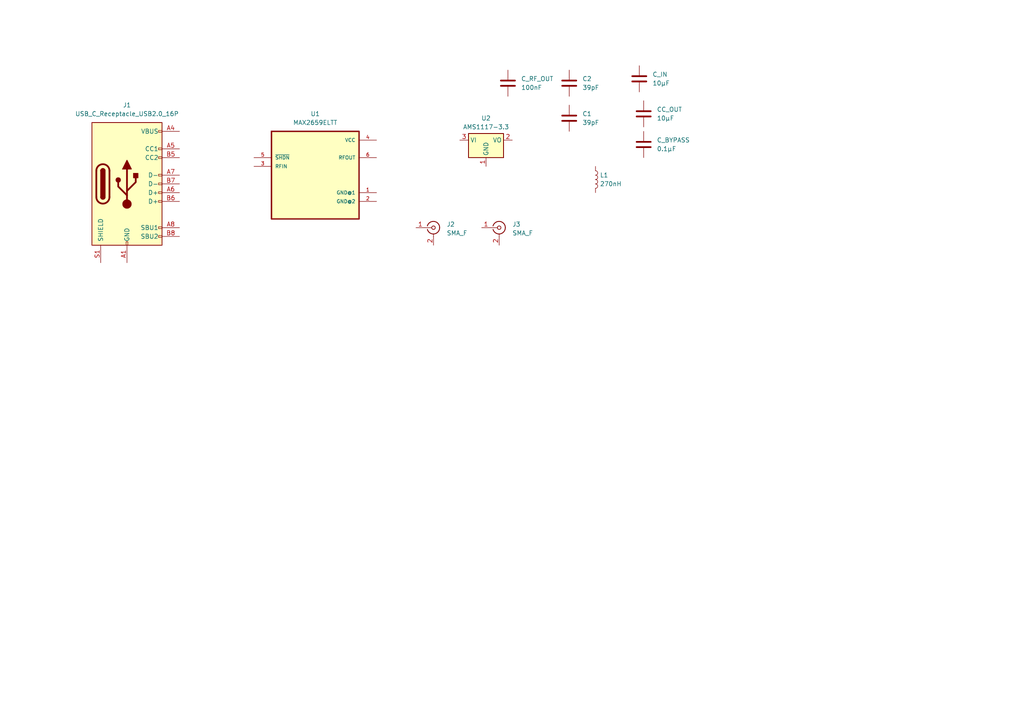
<source format=kicad_sch>
(kicad_sch (version 20250114) (generator "eeschema") (generator_version "9.0")
  (paper "A4")
  (lib_symbols
    (symbol "Connector:Conn_Coaxial" (pin_names (offset 1.016) (hide yes))
      (property "Reference" "J" (at 0.254 3.048 0))
      (property "Value" "Conn_Coaxial" (at 2.921 0 90))
      (symbol "Conn_Coaxial_0_1"
        (polyline (pts (xy -2.54 0) (xy -0.508 0)))
        (arc (start 1.778 0) (mid 0.222 -1.8079) (end -1.778 -0.508) (stroke (width 0.254)))
        (arc (start -1.778 0.508) (mid 0.2221 1.8084) (end 1.778 0) (stroke (width 0.254)))
        (circle (center 0 0) (radius 0.508) (stroke (width 0.2032)))
        (polyline (pts (xy 0 -2.54) (xy 0 -1.778)))
      )
      (symbol "Conn_Coaxial_1_1"
        (pin passive line (at -5.08 0 0) (length 2.54) (name "In") (number "1"))
        (pin passive line (at 0 -5.08 90) (length 2.54) (name "Ext") (number "2"))
      )
    )
    (symbol "Connector:USB_C_Receptacle_USB2.0_16P" (pin_names (offset 1.016))
      (property "Reference" "J" (at 0 22.225 0))
      (property "Value" "USB_C_Receptacle_USB2.0_16P" (at 0 19.685 0))
      (symbol "USB_C_Receptacle_USB2.0_16P_0_0"
        (rectangle (start -0.254 -17.78) (end 0.254 -16.764))
        (rectangle (start 10.16 15.494) (end 9.144 14.986))
        (rectangle (start 10.16 10.414) (end 9.144 9.906))
        (rectangle (start 10.16 7.874) (end 9.144 7.366))
        (rectangle (start 10.16 2.794) (end 9.144 2.286))
        (rectangle (start 10.16 0.254) (end 9.144 -0.254))
        (rectangle (start 10.16 -2.286) (end 9.144 -2.794))
        (rectangle (start 10.16 -4.826) (end 9.144 -5.334))
        (rectangle (start 10.16 -12.446) (end 9.144 -12.954))
        (rectangle (start 10.16 -14.986) (end 9.144 -15.494))
      )
      (symbol "USB_C_Receptacle_USB2.0_16P_0_1"
        (rectangle (start -10.16 17.78) (end 10.16 -17.78) (stroke (width 0.254)) (fill (type background)))
        (polyline (pts (xy -8.89 -3.81) (xy -8.89 3.81)) (stroke (width 0.508)))
        (rectangle (start -7.62 -3.81) (end -6.35 3.81) (stroke (width 0.254)) (fill (type outline)))
        (arc (start -7.62 3.81) (mid -6.985 4.4423) (end -6.35 3.81) (stroke (width 0.254)))
        (arc (start -7.62 3.81) (mid -6.985 4.4423) (end -6.35 3.81) (stroke (width 0.254)) (fill (type outline)))
        (arc (start -8.89 3.81) (mid -6.985 5.7067) (end -5.08 3.81) (stroke (width 0.508)))
        (arc (start -5.08 -3.81) (mid -6.985 -5.7067) (end -8.89 -3.81) (stroke (width 0.508)))
        (arc (start -6.35 -3.81) (mid -6.985 -4.4423) (end -7.62 -3.81) (stroke (width 0.254)))
        (arc (start -6.35 -3.81) (mid -6.985 -4.4423) (end -7.62 -3.81) (stroke (width 0.254)) (fill (type outline)))
        (polyline (pts (xy -5.08 3.81) (xy -5.08 -3.81)) (stroke (width 0.508)))
        (circle (center -2.54 1.143) (radius 0.635) (stroke (width 0.254)) (fill (type outline)))
        (polyline (pts (xy -1.27 4.318) (xy 0 6.858) (xy 1.27 4.318) (xy -1.27 4.318)) (stroke (width 0.254)) (fill (type outline)))
        (polyline (pts (xy 0 -2.032) (xy 2.54 0.508) (xy 2.54 1.778)) (stroke (width 0.508)))
        (polyline (pts (xy 0 -3.302) (xy -2.54 -0.762) (xy -2.54 0.508)) (stroke (width 0.508)))
        (polyline (pts (xy 0 -5.842) (xy 0 4.318)) (stroke (width 0.508)))
        (circle (center 0 -5.842) (radius 1.27) (fill (type outline)))
        (rectangle (start 1.905 1.778) (end 3.175 3.048) (stroke (width 0.254)) (fill (type outline)))
      )
      (symbol "USB_C_Receptacle_USB2.0_16P_1_1"
        (pin passive line (at -7.62 -22.86 90) (length 5.08) (name "SHIELD") (number "S1"))
        (pin passive line (at 0 -22.86 90) (length 5.08) (name "GND") (number "A1"))
        (pin passive line (at 0 -22.86 90) (length 5.08) (hide yes) (name "GND") (number "A12"))
        (pin passive line (at 0 -22.86 90) (length 5.08) (hide yes) (name "GND") (number "B1"))
        (pin passive line (at 0 -22.86 90) (length 5.08) (hide yes) (name "GND") (number "B12"))
        (pin passive line (at 15.24 15.24 180) (length 5.08) (name "VBUS") (number "A4"))
        (pin passive line (at 15.24 15.24 180) (length 5.08) (hide yes) (name "VBUS") (number "A9"))
        (pin passive line (at 15.24 15.24 180) (length 5.08) (hide yes) (name "VBUS") (number "B4"))
        (pin passive line (at 15.24 15.24 180) (length 5.08) (hide yes) (name "VBUS") (number "B9"))
        (pin bidirectional line (at 15.24 10.16 180) (length 5.08) (name "CC1") (number "A5"))
        (pin bidirectional line (at 15.24 7.62 180) (length 5.08) (name "CC2") (number "B5"))
        (pin bidirectional line (at 15.24 2.54 180) (length 5.08) (name "D-") (number "A7"))
        (pin bidirectional line (at 15.24 0 180) (length 5.08) (name "D-") (number "B7"))
        (pin bidirectional line (at 15.24 -2.54 180) (length 5.08) (name "D+") (number "A6"))
        (pin bidirectional line (at 15.24 -5.08 180) (length 5.08) (name "D+") (number "B6"))
        (pin bidirectional line (at 15.24 -12.7 180) (length 5.08) (name "SBU1") (number "A8"))
        (pin bidirectional line (at 15.24 -15.24 180) (length 5.08) (name "SBU2") (number "B8"))
      )
    )
    (symbol "Device:C" (pin_numbers (hide yes)) (pin_names (offset 0.254))
      (property "Reference" "C" (at 0.635 2.54 0))
      (property "Value" "C" (at 0.635 -2.54 0))
      (symbol "C_0_1"
        (polyline (pts (xy -2.032 0.762) (xy 2.032 0.762)) (stroke (width 0.508)))
        (polyline (pts (xy -2.032 -0.762) (xy 2.032 -0.762)) (stroke (width 0.508)))
      )
      (symbol "C_1_1"
        (pin passive line (at 0 3.81 270) (length 2.794) (name "~") (number "1"))
        (pin passive line (at 0 -3.81 90) (length 2.794) (name "~") (number "2"))
      )
    )
    (symbol "Device:L" (pin_numbers (hide yes)) (pin_names (offset 1.016) (hide yes))
      (property "Reference" "L" (at -1.27 0 90))
      (property "Value" "L" (at 1.905 0 90))
      (symbol "L_0_1"
        (arc (start 0 2.54) (mid 0.6323 1.905) (end 0 1.27))
        (arc (start 0 1.27) (mid 0.6323 0.635) (end 0 0))
        (arc (start 0 0) (mid 0.6323 -0.635) (end 0 -1.27))
        (arc (start 0 -1.27) (mid 0.6323 -1.905) (end 0 -2.54))
      )
      (symbol "L_1_1"
        (pin passive line (at 0 3.81 270) (length 1.27) (name "1") (number "1"))
        (pin passive line (at 0 -3.81 90) (length 1.27) (name "2") (number "2"))
      )
    )
    (symbol "MAX2659ELTT:MAX2659ELTT" (pin_names (offset 1.016))
      (property "Reference" "U" (at -12.7 13.7 0))
      (property "Value" "MAX2659ELTT" (at -12.7 -16.7 0))
      (symbol "MAX2659ELTT_0_0"
        (rectangle (start -12.7 -12.7) (end 12.7 12.7) (stroke (width 0.41)) (fill (type background)))
        (pin input line (at -17.78 5.08 0) (length 5.08) (name "~{SHDN}") (number "5"))
        (pin input line (at -17.78 2.54 0) (length 5.08) (name "RFIN") (number "3"))
        (pin power_in line (at 17.78 10.16 180) (length 5.08) (name "VCC") (number "4"))
        (pin output line (at 17.78 5.08 180) (length 5.08) (name "RFOUT") (number "6"))
        (pin power_in line (at 17.78 -5.08 180) (length 5.08) (name "GND@1") (number "1"))
        (pin power_in line (at 17.78 -7.62 180) (length 5.08) (name "GND@2") (number "2"))
      )
    )
    (symbol "Regulator_Linear:AMS1117-3.3"
      (property "Reference" "U" (at -3.81 3.175 0))
      (property "Value" "AMS1117-3.3" (at 0 3.175 0))
      (symbol "AMS1117-3.3_0_1"
        (rectangle (start -5.08 -5.08) (end 5.08 1.905) (stroke (width 0.254)) (fill (type background)))
      )
      (symbol "AMS1117-3.3_1_1"
        (pin power_in line (at -7.62 0 0) (length 2.54) (name "VI") (number "3"))
        (pin power_in line (at 0 -7.62 90) (length 2.54) (name "GND") (number "1"))
        (pin power_out line (at 7.62 0 180) (length 2.54) (name "VO") (number "2"))
      )
    )
  )
  (symbol (lib_id "Device:C") (at 147.32 24.13 0) (unit 1)
    (property "Reference" "C_RF_OUT" (at 151.13 22.8599 0) (effects (justify left)))
    (property "Value" "100 nF" (at 151.13 25.3999 0) (effects (justify left)))
    (property "Description" "Unpolarized capacitor" (effects (hide yes)))
  )
  (symbol (lib_id "Connector:Conn_Coaxial") (at 125.73 66.04 0) (unit 1)
    (property "Reference" "J2" (at 129.54 65.0631 0) (effects (justify left)))
    (property "Value" "SMA_F" (at 129.54 67.6031 0) (effects (justify left)))
    (property "Description" "coaxial connector (BNC, SMA, SMB, SMC, Cinch/RCA, LEMO, ...)" (effects (hide yes)))
  )
  (symbol (lib_id "Device:C") (at 186.69 33.02 0) (unit 1)
    (property "Reference" "CC_OUT" (at 190.5 31.7499 0) (effects (justify left)))
    (property "Value" "10 µF" (at 190.5 34.2899 0) (effects (justify left)))
    (property "Description" "Unpolarized capacitor" (effects (hide yes)))
  )
  (symbol (lib_id "Device:C") (at 186.69 41.91 0) (unit 1)
    (property "Reference" "C_BYPASS" (at 190.5 40.6399 0) (effects (justify left)))
    (property "Value" "0.1 µF" (at 190.5 43.1799 0) (effects (justify left)))
    (property "Description" "Unpolarized capacitor" (effects (hide yes)))
  )
  (symbol (lib_id "Device:C") (at 185.42 22.86 0) (unit 1)
    (property "Reference" "C_IN" (at 189.23 21.5899 0) (effects (justify left)))
    (property "Value" "10 µF" (at 189.23 24.1299 0) (effects (justify left)))
    (property "Description" "Unpolarized capacitor" (effects (hide yes)))
  )
  (symbol (lib_id "Device:L") (at 172.72 52.07 0) (unit 1)
    (property "Reference" "L1" (at 173.99 50.7999 0) (effects (justify left)))
    (property "Value" "270 nH" (at 173.99 53.3399 0) (effects (justify left)))
    (property "Description" "Inductor" (effects (hide yes)))
  )
  (symbol (lib_id "Connector:USB_C_Receptacle_USB2.0_16P") (at 36.83 53.34 0) (unit 1)
    (property "Reference" "J1" (at 36.83 30.48 0))
    (property "Value" "USB_C_Receptacle_USB2.0_16P" (at 36.83 33.02 0))
    (property "Datasheet" "https://www.usb.org/sites/default/files/documents/usb_type-c.zip" (effects (hide yes)))
    (property "Description" "USB 2.0-only 16P Type-C Receptacle connector" (effects (hide yes)))
  )
  (symbol (lib_id "Regulator_Linear:AMS1117-3.3") (at 140.97 40.64 0) (unit 1)
    (property "Reference" "U2" (at 140.97 34.29 0))
    (property "Value" "AMS1117-3.3" (at 140.97 36.83 0))
    (property "Footprint" "Package_TO_SOT_SMD:SOT-223-3_TabPin2" (effects (hide yes)))
    (property "Datasheet" "http://www.advanced-monolithic.com/pdf/ds1117.pdf" (effects (hide yes)))
    (property "Description" "1A Low Dropout regulator, positive, 3.3V fixed output, SOT-223" (effects (hide yes)))
  )
  (symbol (lib_id "MAX2659ELTT:MAX2659ELTT") (at 91.44 50.8 0) (unit 1)
    (property "Reference" "U1" (at 91.44 33.02 0))
    (property "Value" "MAX2659ELTT" (at 91.44 35.56 0))
    (property "Footprint" "MAX2659ELTT:SON50P150X100X80-6N" (effects (hide yes)))
    (property "MF" "Analog Devices" (effects (hide yes)))
    (property "Description_1" "GPS/GNSS Low-Noise Amplifier" (effects (hide yes)))
    (property "Package" "MICRO DFN-6 Maxim" (effects (hide yes)))
    (property "Price" "None" (effects (hide yes)))
    (property "SnapEDA_Link" "https://www.snapeda.com/parts/MAX2659ELT+T/Analog+Devices/view-part/?ref=snap" (effects (hide yes)))
    (property "MP" "MAX2659ELT+T" (effects (hide yes)))
    (property "Availability" "In Stock" (effects (hide yes)))
    (property "Check_prices" "https://www.snapeda.com/parts/MAX2659ELT+T/Analog+Devices/view-part/?ref=eda" (effects (hide yes)))
  )
  (symbol (lib_id "Device:C") (at 165.1 24.13 0) (unit 1)
    (property "Reference" "C2" (at 168.91 22.8599 0) (effects (justify left)))
    (property "Value" "39 pF" (at 168.91 25.3999 0) (effects (justify left)))
    (property "Description" "Unpolarized capacitor" (effects (hide yes)))
  )
  (symbol (lib_id "Connector:Conn_Coaxial") (at 144.78 66.04 0) (unit 1)
    (property "Reference" "J3" (at 148.59 65.0631 0) (effects (justify left)))
    (property "Value" "SMA_F" (at 148.59 67.6031 0) (effects (justify left)))
    (property "Description" "coaxial connector (BNC, SMA, SMB, SMC, Cinch/RCA, LEMO, ...)" (effects (hide yes)))
  )
  (symbol (lib_id "Device:C") (at 165.1 34.29 0) (unit 1)
    (property "Reference" "C1" (at 168.91 33.0199 0) (effects (justify left)))
    (property "Value" "39 pF" (at 168.91 35.5599 0) (effects (justify left)))
    (property "Description" "Unpolarized capacitor" (effects (hide yes)))
  )
)
</source>
